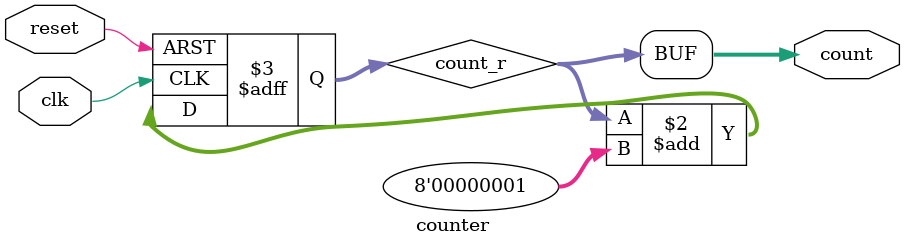
<source format=v>
`timescale 1ns / 1ns
module counter (
    input wire clk, 
    input wire reset,
    output wire [7:0] count
);

    reg [7:0] count_r;
    always @ (posedge clk or posedge reset)
        if (reset)
            count_r = 8'h00;
        else
            count_r <= count_r + 8'h01;
    
    assign count = count_r;

endmodule
</source>
